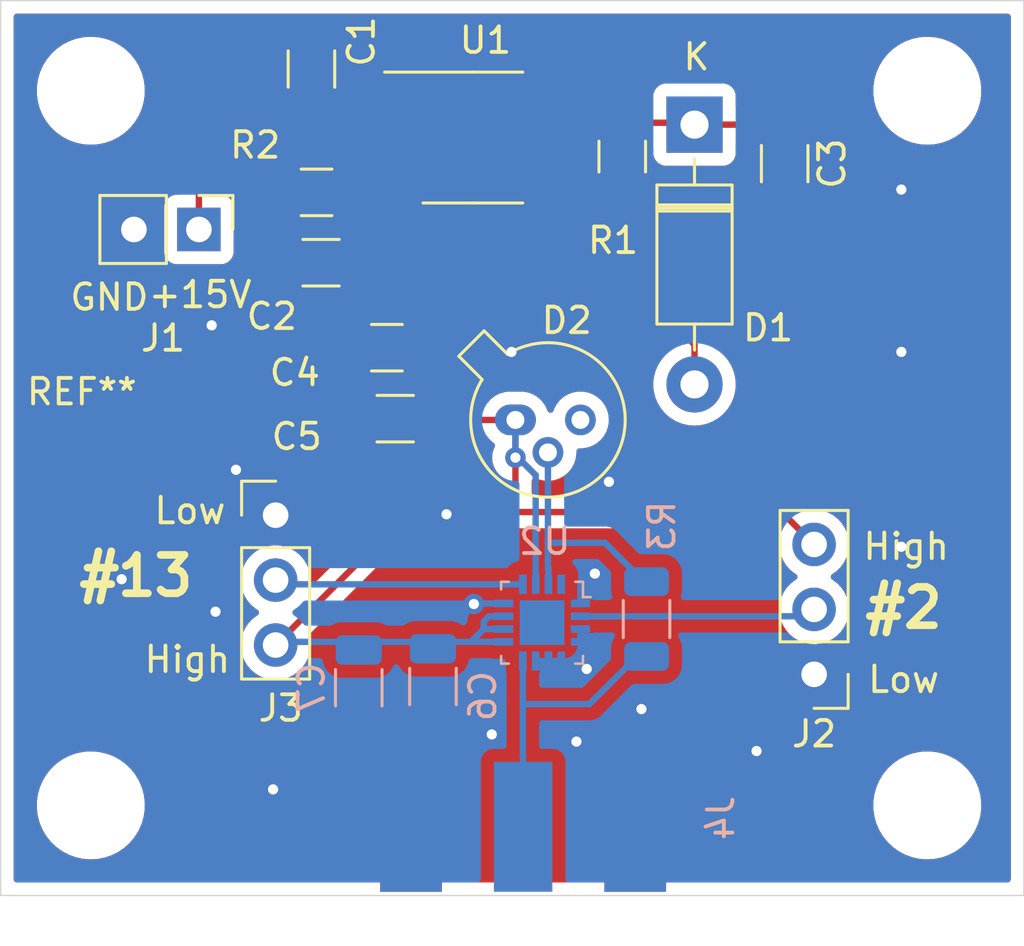
<source format=kicad_pcb>
(kicad_pcb (version 20211014) (generator pcbnew)
  (layers (0 "F.Cu" signal) (31 "B.Cu" signal) (34 "B.Paste" user) (35 "F.Paste" user) (36 "B.SilkS" user "B.Silkscreen") (37 "F.SilkS" user "F.Silkscreen") (38 "B.Mask" user) (39 "F.Mask" user) (44 "Edge.Cuts" user))
  (net 0 "")
  (net 1 "GND")
  (net 2 "+15V")
  (net 3 "Net-(C2-Pad1)")
  (net 4 "+3V3")
  (net 5 "Net-(J2-Pad2)")
  (net 6 "Net-(J3-Pad2)")
  (net 10 "Net-(D2-Pad2)")
  (net 11 "Net-(J4-Pad1)")
  (footprint "Capacitor_SMD:C_1206_3216Metric" (layer "F.Cu") (at 133.525 75.25 180)
    (fp_text reference "C2" (at 1.925 -2.1 180) (layer "F.SilkS"))
    (fp_text value "10uF")
    (fp_line (start -0.711252 0.91) (end 0.711252 0.91) (layer "F.SilkS") (width 0.12))
    (fp_line (start -0.711252 -0.91) (end 0.711252 -0.91) (layer "F.SilkS") (width 0.12))
    (pad "1" smd roundrect (at -1.475 0 180) (size 1.15 1.8) (layers "F.Cu" "F.Paste" "F.Mask") (roundrect_rratio 0.217391) (net 3 "Net-(C2-Pad1)"))
    (pad "2" smd roundrect (at 1.475 0 180) (size 1.15 1.8) (layers "F.Cu" "F.Paste" "F.Mask") (roundrect_rratio 0.217391) (net 1 "GND"))
  )
  (footprint "Capacitor_SMD:C_1206_3216Metric" (layer "F.Cu") (at 136.425 81.35 180)
    (fp_text reference "C5" (at 3.85 -0.7 180) (layer "F.SilkS"))
    (fp_text value "6.8uF")
    (fp_line (start -0.711252 -0.91) (end 0.711252 -0.91) (layer "F.SilkS") (width 0.12))
    (fp_line (start -0.711252 0.91) (end 0.711252 0.91) (layer "F.SilkS") (width 0.12))
    (pad "1" smd roundrect (at -1.475 0 180) (size 1.15 1.8) (layers "F.Cu" "F.Paste" "F.Mask") (roundrect_rratio 0.217391) (net 4 "+3V3"))
    (pad "2" smd roundrect (at 1.475 0 180) (size 1.15 1.8) (layers "F.Cu" "F.Paste" "F.Mask") (roundrect_rratio 0.217391) (net 1 "GND"))
  )
  (footprint "Diode_THT:D_DO-41_SOD81_P10.16mm_Horizontal" (layer "F.Cu") (at 148.125 69.85 -90)
    (fp_text reference "D1" (at 7.95 -2.875) (layer "F.SilkS"))
    (fp_text value "1N4001")
    (fp_text user "K" (at -2.65 -0.075) (layer "F.SilkS"))
    (fp_line (start 3.26 -1.47) (end 3.26 1.47) (layer "F.SilkS") (width 0.12))
    (fp_line (start 7.8 1.47) (end 7.8 -1.47) (layer "F.SilkS") (width 0.12))
    (fp_line (start 3.38 -1.47) (end 3.38 1.47) (layer "F.SilkS") (width 0.12))
    (fp_line (start 2.36 -1.47) (end 2.36 1.47) (layer "F.SilkS") (width 0.12))
    (fp_line (start 1.34 0) (end 2.36 0) (layer "F.SilkS") (width 0.12))
    (fp_line (start 3.14 -1.47) (end 3.14 1.47) (layer "F.SilkS") (width 0.12))
    (fp_line (start 2.36 1.47) (end 7.8 1.47) (layer "F.SilkS") (width 0.12))
    (fp_line (start 8.82 0) (end 7.8 0) (layer "F.SilkS") (width 0.12))
    (fp_line (start 7.8 -1.47) (end 2.36 -1.47) (layer "F.SilkS") (width 0.12))
    (pad "1" thru_hole rect locked (at 0 0 270) (size 2.2 2.2) (drill 1.1) (layers *.Cu *.Mask) (net 4 "+3V3"))
    (pad "2" thru_hole oval locked (at 10.16 0 270) (size 2.2 2.2) (drill 1.1) (layers *.Cu *.Mask) (net 3 "Net-(C2-Pad1)"))
  )
  (footprint "Package_SO:SOIC-8_3.9x4.9mm_P1.27mm" (layer "F.Cu") (at 139.46 70.355)
    (fp_text reference "U1" (at 0.49 -3.805) (layer "F.SilkS"))
    (fp_text value "LM317L_SO8")
    (fp_line (start 0 2.56) (end -1.95 2.56) (layer "F.SilkS") (width 0.12))
    (fp_line (start 0 2.56) (end 1.95 2.56) (layer "F.SilkS") (width 0.12))
    (fp_line (start 0 -2.56) (end -3.45 -2.56) (layer "F.SilkS") (width 0.12))
    (fp_line (start 0 -2.56) (end 1.95 -2.56) (layer "F.SilkS") (width 0.12))
    (pad "1" smd roundrect locked (at -2.475 -1.905) (size 1.95 0.6) (layers "F.Cu" "F.Paste" "F.Mask") (net 2 "+15V"))
    (pad "2" smd roundrect locked (at -2.475 -0.635) (size 1.95 0.6) (layers "F.Cu" "F.Paste" "F.Mask") (net 4 "+3V3"))
    (pad "3" smd roundrect locked (at -2.475 0.635) (size 1.95 0.6) (layers "F.Cu" "F.Paste" "F.Mask") (net 4 "+3V3"))
    (pad "4" smd roundrect locked (at -2.475 1.905) (size 1.95 0.6) (layers "F.Cu" "F.Paste" "F.Mask") (net 3 "Net-(C2-Pad1)"))
    (pad "5" smd roundrect locked (at 2.475 1.905) (size 1.95 0.6) (layers "F.Cu" "F.Paste" "F.Mask"))
    (pad "6" smd roundrect locked (at 2.475 0.635) (size 1.95 0.6) (layers "F.Cu" "F.Paste" "F.Mask") (net 4 "+3V3"))
    (pad "7" smd roundrect locked (at 2.475 -0.635) (size 1.95 0.6) (layers "F.Cu" "F.Paste" "F.Mask") (net 4 "+3V3"))
    (pad "8" smd roundrect locked (at 2.475 -1.905) (size 1.95 0.6) (layers "F.Cu" "F.Paste" "F.Mask"))
  )
  (footprint "Capacitor_SMD:C_1206_3216Metric" (layer "F.Cu") (at 133.15 67.675 -90)
    (fp_text reference "C1" (at -1.075 -1.95 90) (layer "F.SilkS"))
    (fp_text value "100nF")
    (fp_line (start -0.711252 0.91) (end 0.711252 0.91) (layer "F.SilkS") (width 0.12))
    (fp_line (start -0.711252 -0.91) (end 0.711252 -0.91) (layer "F.SilkS") (width 0.12))
    (pad "1" smd roundrect (at -1.475 0 270) (size 1.15 1.8) (layers "F.Cu" "F.Paste" "F.Mask") (roundrect_rratio 0.217391) (net 1 "GND"))
    (pad "2" smd roundrect (at 1.475 0 270) (size 1.15 1.8) (layers "F.Cu" "F.Paste" "F.Mask") (roundrect_rratio 0.217391) (net 2 "+15V"))
  )
  (footprint "Connector_PinHeader_2.54mm:PinHeader_1x03_P2.54mm_Vertical" (layer "F.Cu") (at 152.8 91.35 180)
    (fp_text reference "J2" (at 0 -2.33) (layer "F.SilkS"))
    (fp_text value "Conn_01x03")
    (fp_line (start -1.33 -1.33) (end 0 -1.33) (layer "F.SilkS") (width 0.12))
    (fp_line (start -1.33 6.41) (end 1.33 6.41) (layer "F.SilkS") (width 0.12))
    (fp_line (start -1.33 1.27) (end 1.33 1.27) (layer "F.SilkS") (width 0.12))
    (fp_line (start 1.33 1.27) (end 1.33 6.41) (layer "F.SilkS") (width 0.12))
    (fp_line (start -1.33 0) (end -1.33 -1.33) (layer "F.SilkS") (width 0.12))
    (fp_line (start -1.33 1.27) (end -1.33 6.41) (layer "F.SilkS") (width 0.12))
    (pad "1" thru_hole rect locked (at 0 0 180) (size 1.7 1.7) (drill 1) (layers *.Cu *.Mask) (net 1 "GND"))
    (pad "2" thru_hole oval locked (at 0 2.54 180) (size 1.7 1.7) (drill 1) (layers *.Cu *.Mask) (net 5 "Net-(J2-Pad2)"))
    (pad "3" thru_hole oval locked (at 0 5.08 180) (size 1.7 1.7) (drill 1) (layers *.Cu *.Mask) (net 4 "+3V3"))
  )
  (footprint "Capacitor_SMD:C_1206_3216Metric" (layer "F.Cu") (at 136.1 78.575 180)
    (fp_text reference "C4" (at 3.6 -0.975) (layer "F.SilkS"))
    (fp_text value "100nF")
    (fp_line (start -0.602064 -0.91) (end 0.602064 -0.91) (layer "F.SilkS") (width 0.12))
    (fp_line (start -0.602064 0.91) (end 0.602064 0.91) (layer "F.SilkS") (width 0.12))
    (pad "1" smd roundrect locked (at -1.4 0 180) (size 1.25 1.75) (layers "F.Cu" "F.Paste" "F.Mask") (roundrect_rratio 0.2) (net 4 "+3V3"))
    (pad "2" smd roundrect locked (at 1.4 0 180) (size 1.25 1.75) (layers "F.Cu" "F.Paste" "F.Mask") (roundrect_rratio 0.2) (net 1 "GND"))
  )
  (footprint "Resistor_SMD:R_1206_3216Metric" (layer "F.Cu") (at 133.35 72.5 180)
    (fp_text reference "R2" (at 2.4 1.85) (layer "F.SilkS"))
    (fp_text value "4kR")
    (fp_line (start -0.602064 -0.91) (end 0.602064 -0.91) (layer "F.SilkS") (width 0.12))
    (fp_line (start -0.602064 0.91) (end 0.602064 0.91) (layer "F.SilkS") (width 0.12))
    (pad "1" smd roundrect locked (at -1.4 0 180) (size 1.25 1.75) (layers "F.Cu" "F.Paste" "F.Mask") (roundrect_rratio 0.2) (net 3 "Net-(C2-Pad1)"))
    (pad "2" smd roundrect locked (at 1.4 0 180) (size 1.25 1.75) (layers "F.Cu" "F.Paste" "F.Mask") (roundrect_rratio 0.2) (net 1 "GND"))
  )
  (footprint "Capacitor_SMD:C_1206_3216Metric" (layer "F.Cu") (at 151.65 71.375 -90)
    (fp_text reference "C3" (at 0 -1.85 -90) (layer "F.SilkS"))
    (fp_text value "10uF")
    (fp_line (start -0.711252 -0.91) (end 0.711252 -0.91) (layer "F.SilkS") (width 0.12))
    (fp_line (start -0.711252 0.91) (end 0.711252 0.91) (layer "F.SilkS") (width 0.12))
    (pad "1" smd roundrect (at -1.475 0 270) (size 1.15 1.8) (layers "F.Cu" "F.Paste" "F.Mask") (roundrect_rratio 0.217391) (net 4 "+3V3"))
    (pad "2" smd roundrect (at 1.475 0 270) (size 1.15 1.8) (layers "F.Cu" "F.Paste" "F.Mask") (roundrect_rratio 0.217391) (net 1 "GND"))
  )
  (footprint "Resistor_SMD:R_1206_3216Metric" (layer "F.Cu") (at 145.3 71.1 -90)
    (fp_text reference "R1" (at 3.28 0.36 180) (layer "F.SilkS"))
    (fp_text value "1.5kR")
    (fp_line (start -0.602064 -0.91) (end 0.602064 -0.91) (layer "F.SilkS") (width 0.12))
    (fp_line (start -0.602064 0.91) (end 0.602064 0.91) (layer "F.SilkS") (width 0.12))
    (pad "1" smd roundrect locked (at -1.4 0 270) (size 1.25 1.75) (layers "F.Cu" "F.Paste" "F.Mask") (roundrect_rratio 0.2) (net 4 "+3V3"))
    (pad "2" smd roundrect locked (at 1.4 0 270) (size 1.25 1.75) (layers "F.Cu" "F.Paste" "F.Mask") (roundrect_rratio 0.2) (net 3 "Net-(C2-Pad1)"))
  )
  (footprint "Connector_PinHeader_2.54mm:PinHeader_1x03_P2.54mm_Vertical" (layer "F.Cu") (at 131.75 85.125)
    (fp_text reference "J3" (at 0.2 7.55) (layer "F.SilkS"))
    (fp_text value "Conn_01x03")
    (fp_line (start 1.33 1.27) (end 1.33 6.41) (layer "F.SilkS") (width 0.12))
    (fp_line (start -1.33 6.41) (end 1.33 6.41) (layer "F.SilkS") (width 0.12))
    (fp_line (start -1.33 0) (end -1.33 -1.33) (layer "F.SilkS") (width 0.12))
    (fp_line (start -1.33 1.27) (end -1.33 6.41) (layer "F.SilkS") (width 0.12))
    (fp_line (start -1.33 -1.33) (end 0 -1.33) (layer "F.SilkS") (width 0.12))
    (fp_line (start -1.33 1.27) (end 1.33 1.27) (layer "F.SilkS") (width 0.12))
    (pad "1" thru_hole rect locked (at 0 0) (size 1.7 1.7) (drill 1) (layers *.Cu *.Mask) (net 1 "GND"))
    (pad "2" thru_hole oval locked (at 0 2.54) (size 1.7 1.7) (drill 1) (layers *.Cu *.Mask) (net 6 "Net-(J3-Pad2)"))
    (pad "3" thru_hole oval locked (at 0 5.08) (size 1.7 1.7) (drill 1) (layers *.Cu *.Mask) (net 4 "+3V3"))
  )
  (footprint "Connector_PinHeader_2.54mm:PinHeader_1x02_P2.54mm_Vertical" (layer "F.Cu") (at 128.75 73.95 -90)
    (fp_text reference "J1" (at 4.25 1.4 180) (layer "F.SilkS"))
    (fp_text value "Conn_01x02")
    (fp_line (start -1.33 1.27) (end -1.33 3.87) (layer "F.SilkS") (width 0.12))
    (fp_line (start -1.33 1.27) (end 1.33 1.27) (layer "F.SilkS") (width 0.12))
    (fp_line (start -1.33 -1.33) (end 0 -1.33) (layer "F.SilkS") (width 0.12))
    (fp_line (start 1.33 1.27) (end 1.33 3.87) (layer "F.SilkS") (width 0.12))
    (fp_line (start -1.33 3.87) (end 1.33 3.87) (layer "F.SilkS") (width 0.12))
    (fp_line (start -1.33 0) (end -1.33 -1.33) (layer "F.SilkS") (width 0.12))
    (pad "1" thru_hole rect locked (at 0 0 270) (size 1.7 1.7) (drill 1) (layers *.Cu *.Mask) (net 2 "+15V"))
    (pad "2" thru_hole oval locked (at 0 2.54 270) (size 1.7 1.7) (drill 1) (layers *.Cu *.Mask) (net 1 "GND"))
  )
  (footprint "MountingHole:MountingHole_3.2mm_M3" (layer "F.Cu") (at 124.525 68.525)
    (fp_text reference "REF**" (at -0.35 11.775) (layer "F.SilkS"))
    (fp_text value "MountingHole_3.2mm_M3" hide)
    (pad "" np_thru_hole circle locked (at 0 0) (size 3.2 3.2) (drill 3.2) (layers *.Cu *.Mask))
  )
  (footprint "MountingHole:MountingHole_3.2mm_M3" (layer "F.Cu") (at 157.225 68.525)
    (fp_text reference "REF**" hide)
    (fp_text value "MountingHole_3.2mm_M3" hide)
    (pad "" np_thru_hole circle locked (at 0 0) (size 3.2 3.2) (drill 3.2) (layers *.Cu *.Mask))
  )
  (footprint "MountingHole:MountingHole_3.2mm_M3" (layer "F.Cu") (at 157.225 96.475)
    (fp_text reference "REF**" hide)
    (fp_text value "MountingHole_3.2mm_M3" hide)
    (pad "" np_thru_hole circle locked (at 0 0) (size 3.2 3.2) (drill 3.2) (layers *.Cu *.Mask))
  )
  (footprint "MountingHole:MountingHole_3.2mm_M3" (layer "F.Cu") (at 124.525 96.475)
    (fp_text reference "REF**" hide)
    (fp_text value "MountingHole_3.2mm_M3" hide)
    (pad "" np_thru_hole circle locked (at 0 0) (size 3.2 3.2) (drill 3.2) (layers *.Cu *.Mask))
  )
  (footprint "Package_TO_SOT_THT:TO-18-3" (layer "F.Cu") (at 141.125 81.4)
    (fp_text reference "D2" (at 2.005 -3.89) (layer "F.SilkS"))
    (fp_text value "D_Photo")
    (fp_line (start -2.214448 -2.494499) (end -1.302281 -1.582331) (layer "F.SilkS") (width 0.12))
    (fp_line (start -1.224499 -3.484448) (end -2.214448 -2.494499) (layer "F.SilkS") (width 0.12))
    (fp_line (start -0.312331 -2.572281) (end -1.224499 -3.484448) (layer "F.SilkS") (width 0.12))
    (fp_arc (start -0.312331 -2.572281) (mid 3.405374 2.135551) (end -1.30215 -1.582544) (layer "F.SilkS") (width 0.12))
    (pad "1" thru_hole oval locked (at 0 0) (size 1.6 1.2) (drill 0.7) (layers *.Cu *.Mask) (net 4 "+3V3"))
    (pad "2" thru_hole oval locked (at 1.27 1.27) (size 1.2 1.2) (drill 0.7) (layers *.Cu *.Mask) (net 10 "Net-(D2-Pad2)"))
    (pad "3" thru_hole oval locked (at 2.54 0) (size 1.2 1.2) (drill 0.7) (layers *.Cu *.Mask))
  )
  (footprint "Resistor_SMD:R_1206_3216Metric" (layer "B.Cu") (at 146.25 89.1875 -90)
    (fp_text reference "R3" (at -3.6375 -0.6 90) (layer "B.SilkS") (effects (justify mirror)))
    (fp_text value "6.8kR")
    (fp_line (start -0.727064 -0.91) (end 0.727064 -0.91) (layer "B.SilkS") (width 0.12))
    (fp_line (start -0.727064 0.91) (end 0.727064 0.91) (layer "B.SilkS") (width 0.12))
    (pad "1" smd roundrect (at -1.4625 0 270) (size 1.125 1.75) (layers "B.Cu" "B.Paste" "B.Mask") (roundrect_rratio 0.222222) (net 10 "Net-(D2-Pad2)"))
    (pad "2" smd roundrect (at 1.4625 0 270) (size 1.125 1.75) (layers "B.Cu" "B.Paste" "B.Mask") (roundrect_rratio 0.222222) (net 11 "Net-(J4-Pad1)"))
  )
  (footprint "Capacitor_SMD:C_1206_3216Metric" (layer "B.Cu") (at 137.9 91.825 -90)
    (fp_text reference "C6" (at 0.375 -1.95 90) (layer "B.SilkS") (effects (justify mirror)))
    (fp_text value "10nF")
    (fp_line (start -0.711252 -0.91) (end 0.711252 -0.91) (layer "B.SilkS") (width 0.12))
    (fp_line (start -0.711252 0.91) (end 0.711252 0.91) (layer "B.SilkS") (width 0.12))
    (pad "1" smd roundrect (at -1.475 0 270) (size 1.15 1.8) (layers "B.Cu" "B.Paste" "B.Mask") (roundrect_rratio 0.217391) (net 4 "+3V3"))
    (pad "2" smd roundrect (at 1.475 0 270) (size 1.15 1.8) (layers "B.Cu" "B.Paste" "B.Mask") (roundrect_rratio 0.217391) (net 1 "GND"))
  )
  (footprint "Capacitor_SMD:C_1206_3216Metric" (layer "B.Cu") (at 135 91.875 -90)
    (fp_text reference "C7" (at 0 1.85 90) (layer "B.SilkS") (effects (justify mirror)))
    (fp_text value "100nF")
    (fp_line (start -0.711252 0.91) (end 0.711252 0.91) (layer "B.SilkS") (width 0.12))
    (fp_line (start -0.711252 -0.91) (end 0.711252 -0.91) (layer "B.SilkS") (width 0.12))
    (pad "1" smd roundrect (at -1.475 0 270) (size 1.15 1.8) (layers "B.Cu" "B.Paste" "B.Mask") (roundrect_rratio 0.217391) (net 4 "+3V3"))
    (pad "2" smd roundrect (at 1.475 0 270) (size 1.15 1.8) (layers "B.Cu" "B.Paste" "B.Mask") (roundrect_rratio 0.217391) (net 1 "GND"))
  )
  (footprint "digikey-footprints:VFQFN-16-1EP_3x3mm" (layer "B.Cu") (at 142.165 89.33 180)
    (fp_text reference "U2" (at -0.105 3.18) (layer "B.SilkS") (effects (justify mirror)))
    (fp_text value "OPA857")
    (fp_line (start 1.6 -1.6) (end 1.3 -1.6) (layer "B.SilkS") (width 0.1))
    (fp_line (start -1.6 -1.6) (end -1.3 -1.6) (layer "B.SilkS") (width 0.1))
    (fp_line (start 1.6 1.6) (end 1.3 1.6) (layer "B.SilkS") (width 0.1))
    (fp_line (start -1.6 -1.6) (end -1.6 -1.3) (layer "B.SilkS") (width 0.1))
    (fp_line (start -1.6 1.6) (end -1.3 1.6) (layer "B.SilkS") (width 0.1))
    (fp_line (start -1.6 1) (end -1.9 1) (layer "B.SilkS") (width 0.1))
    (fp_line (start -1.6 1.6) (end -1.6 1) (layer "B.SilkS") (width 0.1))
    (fp_line (start 1.6 -1.6) (end 1.6 -1.3) (layer "B.SilkS") (width 0.1))
    (fp_line (start 1.6 1.6) (end 1.6 1.3) (layer "B.SilkS") (width 0.1))
    (pad "1" smd rect locked (at -1.5 0.75 180) (size 0.75 0.3) (layers "B.Cu" "B.Paste" "B.Mask") (net 1 "GND"))
    (pad "2" smd rect locked (at -1.5 0.25 180) (size 0.75 0.3) (layers "B.Cu" "B.Paste" "B.Mask") (net 5 "Net-(J2-Pad2)"))
    (pad "3" smd rect locked (at -1.5 -0.25 180) (size 0.75 0.3) (layers "B.Cu" "B.Paste" "B.Mask") (net 1 "GND"))
    (pad "4" smd rect locked (at -1.5 -0.75 180) (size 0.75 0.3) (layers "B.Cu" "B.Paste" "B.Mask") (net 1 "GND"))
    (pad "5" smd rect locked (at -0.75 -1.5 180) (size 0.3 0.75) (layers "B.Cu" "B.Paste" "B.Mask") (net 1 "GND"))
    (pad "6" smd rect locked (at -0.25 -1.5 180) (size 0.3 0.75) (layers "B.Cu" "B.Paste" "B.Mask") (net 1 "GND"))
    (pad "7" smd rect locked (at 0.25 -1.5 180) (size 0.3 0.75) (layers "B.Cu" "B.Paste" "B.Mask") (net 1 "GND"))
    (pad "8" smd rect locked (at 0.75 -1.5 180) (size 0.3 0.75) (layers "B.Cu" "B.Paste" "B.Mask") (net 11 "Net-(J4-Pad1)"))
    (pad "9" smd rect locked (at 1.5 -0.75 180) (size 0.75 0.3) (layers "B.Cu" "B.Paste" "B.Mask") (net 4 "+3V3"))
    (pad "10" smd rect locked (at 1.5 -0.25 180) (size 0.75 0.3) (layers "B.Cu" "B.Paste" "B.Mask") (net 4 "+3V3"))
    (pad "11" smd rect locked (at 1.5 0.25 180) (size 0.75 0.3) (layers "B.Cu" "B.Paste" "B.Mask") (net 4 "+3V3"))
    (pad "12" smd rect locked (at 1.5 0.75 180) (size 0.75 0.3) (layers "B.Cu" "B.Paste" "B.Mask") (net 1 "GND"))
    (pad "13" smd rect locked (at 0.75 1.5 180) (size 0.3 0.75) (layers "B.Cu" "B.Paste" "B.Mask") (net 6 "Net-(J3-Pad2)"))
    (pad "14" smd rect locked (at 0.25 1.5 180) (size 0.3 0.75) (layers "B.Cu" "B.Paste" "B.Mask") (net 4 "+3V3"))
    (pad "15" smd rect locked (at -0.25 1.5 180) (size 0.3 0.75) (layers "B.Cu" "B.Paste" "B.Mask") (net 10 "Net-(D2-Pad2)"))
    (pad "16" smd rect locked (at -0.75 1.5 180) (size 0.3 0.75) (layers "B.Cu" "B.Paste" "B.Mask"))
    (pad "17" smd rect locked (at 0 0 180) (size 1.75 1.75) (layers "B.Cu" "B.Paste" "B.Mask"))
  )
  (footprint "digikey-footprints:RF_SMA_BoardEdge_142-0701-801" (layer "B.Cu") (at 141.425 94.775 180)
    (fp_text reference "J4" (at -7.725 -2.195 270) (layer "B.SilkS") (effects (justify mirror)))
    (fp_text value "142-0701-801")
    (pad "1" smd rect locked (at 0 -2.54 180) (size 2.286 5.08) (layers "B.Cu" "B.Paste" "B.Mask") (net 11 "Net-(J4-Pad1)"))
    (pad "2" smd rect locked (at -4.3815 -2.54 180) (size 2.413 5.08) (layers "B.Cu" "B.Paste" "B.Mask") (net 1 "GND"))
    (pad "2" smd rect locked (at 4.3815 -2.54 180) (size 2.413 5.08) (layers "F.Cu" "F.Paste" "F.Mask") (net 1 "GND"))
    (pad "2" smd rect locked (at -4.3815 -2.54 180) (size 2.413 5.08) (layers "F.Cu" "F.Paste" "F.Mask") (net 1 "GND"))
    (pad "2" smd rect locked (at 4.3815 -2.54 180) (size 2.413 5.08) (layers "B.Cu" "B.Paste" "B.Mask") (net 1 "GND"))
  )
  (gr_line (start 161 100) (end 121 100) (layer "Edge.Cuts") (width 0.05))
  (gr_line (start 121 100) (end 121 65) (layer "Edge.Cuts") (width 0.05))
  (gr_line (start 161 65) (end 161 100) (layer "Edge.Cuts") (width 0.05))
  (gr_line (start 121 65) (end 161 65) (layer "Edge.Cuts") (width 0.05))
  (gr_text "High" (at 128.3 90.77) (layer "F.SilkS") (effects (font (size 1 1))))
  (gr_text "Low" (at 156.3 91.55) (layer "F.SilkS") (effects (font (size 1 1))))
  (gr_text "#2" (at 156.3 88.75) (layer "F.SilkS") (effects (font (size 1.5 1.5) (thickness 0.3))))
  (gr_text "+15V" (at 128.8 76.5) (layer "F.SilkS") (effects (font (size 1 1))))
  (gr_text "Low" (at 128.4 84.95) (layer "F.SilkS") (effects (font (size 1 1))))
  (gr_text "#13" (at 126.29 87.5) (layer "F.SilkS") (effects (font (size 1.5 1.5) (thickness 0.3))))
  (gr_text "GND" (at 125.25 76.6) (layer "F.SilkS") (effects (font (size 1 1))))
  (gr_text "High" (at 156.4 86.35) (layer "F.SilkS") (effects (font (size 1 1))))
  (via (at 129.25 77.7) (size 0.8) (drill 0.4) (layers "F.Cu" "B.Cu") (net 1))
  (via (at 130.2 83.35) (size 0.8) (drill 0.4) (layers "F.Cu" "B.Cu") (net 1))
  (via (at 129.4 88.9) (size 0.8) (drill 0.4) (layers "F.Cu" "B.Cu") (net 1))
  (via (at 146.05 92.71) (size 0.8) (drill 0.4) (layers "F.Cu" "B.Cu") (net 1))
  (via (at 140.2 93.7) (size 0.8) (drill 0.4) (layers "F.Cu" "B.Cu") (net 1))
  (via (at 139.5 88.6) (size 0.8) (drill 0.4) (layers "F.Cu" "B.Cu") (net 1))
  (via (at 143.51 93.98) (size 0.8) (drill 0.4) (layers "F.Cu" "B.Cu") (net 1))
  (via (at 144.23 87.41) (size 0.8) (drill 0.4) (layers "F.Cu" "B.Cu") (net 1))
  (via (at 140.97 78.74) (size 0.8) (drill 0.4) (layers "F.Cu" "B.Cu") (net 1))
  (via (at 143.91 91.14) (size 0.8) (drill 0.4) (layers "F.Cu" "B.Cu") (net 1))
  (via (at 138.43 85.09) (size 0.8) (drill 0.4) (layers "F.Cu" "B.Cu") (net 1))
  (via (at 156.21 86.36) (size 0.8) (drill 0.4) (layers "F.Cu" "B.Cu") (net 1))
  (via (at 156.21 72.39) (size 0.8) (drill 0.4) (layers "F.Cu" "B.Cu") (net 1))
  (via (at 156.21 78.74) (size 0.8) (drill 0.4) (layers "F.Cu" "B.Cu") (net 1))
  (via (at 144.78 83.82) (size 0.8) (drill 0.4) (layers "F.Cu" "B.Cu") (net 1))
  (via (at 125.73 87.63) (size 0.8) (drill 0.4) (layers "F.Cu" "B.Cu") (net 1))
  (via (at 150.55 94.35) (size 0.8) (drill 0.4) (layers "F.Cu" "B.Cu") (net 1))
  (via (at 131.65 95.85) (size 0.8) (drill 0.4) (layers "F.Cu" "B.Cu") (net 1))
  (segment (start 140.665 88.58) (end 139.52 88.58) (width 0.25) (layer "B.Cu") (net 1))
  (segment (start 143.665 90.08) (end 143.665 89.58) (width 0.25) (layer "B.Cu") (net 1))
  (segment (start 141.915 90.83) (end 142.915 90.83) (width 0.25) (layer "B.Cu") (net 1))
  (segment (start 143.665 88.58) (end 143.665 87.835) (width 0.25) (layer "B.Cu") (net 1))
  (segment (start 143.085 91) (end 142.915 90.83) (width 0.25) (layer "B.Cu") (net 1))
  (segment (start 143.8 91) (end 143.8 90.215) (width 0.25) (layer "B.Cu") (net 1))
  (segment (start 139.52 88.58) (end 139.5 88.6) (width 0.25) (layer "B.Cu") (net 1))
  (segment (start 143.665 87.835) (end 143.7 87.8) (width 0.25) (layer "B.Cu") (net 1))
  (segment (start 143.8 90.215) (end 143.665 90.08) (width 0.25) (layer "B.Cu") (net 1))
  (segment (start 143.8 91) (end 143.085 91) (width 0.25) (layer "B.Cu") (net 1))
  (segment (start 133.15 69.15) (end 134.5 69.15) (width 0.25) (layer "F.Cu") (net 2))
  (segment (start 134.5 69.15) (end 135.2 68.45) (width 0.25) (layer "F.Cu") (net 2))
  (segment (start 135.2 68.45) (end 136.985 68.45) (width 0.25) (layer "F.Cu") (net 2))
  (segment (start 128.75 70.225) (end 129.55 69.425) (width 0.25) (layer "F.Cu") (net 2))
  (segment (start 129.55 69.425) (end 132.875 69.425) (width 0.25) (layer "F.Cu") (net 2))
  (segment (start 128.75 73.95) (end 128.75 70.225) (width 0.25) (layer "F.Cu") (net 2))
  (segment (start 132.875 69.425) (end 133.15 69.15) (width 0.25) (layer "F.Cu") (net 2))
  (segment (start 136.885 75.25) (end 136.94 75.195) (width 0.25) (layer "F.Cu") (net 3))
  (segment (start 145.3 75.629366) (end 148.125 78.454366) (width 0.25) (layer "F.Cu") (net 3))
  (segment (start 145.3 72.5) (end 145.3 75.2) (width 0.25) (layer "F.Cu") (net 3))
  (segment (start 145.295 75.195) (end 145.3 75.2) (width 0.25) (layer "F.Cu") (net 3))
  (segment (start 148.125 78.454366) (end 148.125 80.01) (width 0.25) (layer "F.Cu") (net 3))
  (segment (start 134.99 72.26) (end 134.75 72.5) (width 0.25) (layer "F.Cu") (net 3))
  (segment (start 135 75.25) (end 136.885 75.25) (width 0.25) (layer "F.Cu") (net 3))
  (segment (start 145.3 75.2) (end 145.3 75.629366) (width 0.25) (layer "F.Cu") (net 3))
  (segment (start 136.94 75.195) (end 136.94 72.305) (width 0.25) (layer "F.Cu") (net 3))
  (segment (start 136.94 75.195) (end 145.295 75.195) (width 0.25) (layer "F.Cu") (net 3))
  (segment (start 136.985 72.26) (end 134.99 72.26) (width 0.25) (layer "F.Cu") (net 3))
  (segment (start 141.125 82.875) (end 141.125 81.4) (width 0.25) (layer "F.Cu") (net 4))
  (segment (start 148.125 69.85) (end 151.6 69.85) (width 0.25) (layer "F.Cu") (net 4))
  (segment (start 136.985 69.72) (end 134.88 69.72) (width 0.25) (layer "F.Cu") (net 4))
  (segment (start 140.485 84.365) (end 137.59 84.365) (width 0.25) (layer "F.Cu") (net 4))
  (segment (start 133.4 75.8) (end 134.5 76.9) (width 0.25) (layer "F.Cu") (net 4))
  (segment (start 151.6 69.85) (end 151.65 69.9) (width 0.25) (layer "F.Cu") (net 4))
  (segment (start 137.6 80.26863) (end 137.6 78.5) (width 0.25) (layer "F.Cu") (net 4))
  (segment (start 137.6 81.4) (end 138.73137 81.4) (width 0.25) (layer "F.Cu") (net 4))
  (segment (start 141.125 85.005) (end 140.485 84.365) (width 0.25) (layer "F.Cu") (net 4))
  (segment (start 141.935 69.72) (end 145.495 69.72) (width 0.25) (layer "F.Cu") (net 4))
  (segment (start 136.985 70.99) (end 136.985 69.72) (width 0.25) (layer "F.Cu") (net 4))
  (segment (start 141.125 85.005) (end 151.535 85.005) (width 0.25) (layer "F.Cu") (net 4))
  (segment (start 134.88 69.72) (end 133.4 71.2) (width 0.25) (layer "F.Cu") (net 4))
  (segment (start 134.5 76.9) (end 135.825 76.9) (width 0.25) (layer "F.Cu") (net 4))
  (segment (start 141.125 85.005) (end 141.125 82.875) (width 0.25) (layer "F.Cu") (net 4))
  (segment (start 151.535 85.005) (end 152.8 86.27) (width 0.25) (layer "F.Cu") (net 4))
  (segment (start 137.59 84.365) (end 131.75 90.205) (width 0.25) (layer "F.Cu") (net 4))
  (segment (start 145.495 69.72) (end 145.55 69.775) (width 0.25) (layer "F.Cu") (net 4))
  (segment (start 135.825 76.9) (end 137.5 78.575) (width 0.25) (layer "F.Cu") (net 4))
  (segment (start 140.86 69.72) (end 136.985 69.72) (width 0.25) (layer "F.Cu") (net 4))
  (segment (start 141.935 69.72) (end 140.86 69.72) (width 0.25) (layer "F.Cu") (net 4))
  (segment (start 137.6 81.4) (end 137.6 80.26863) (width 0.25) (layer "F.Cu") (net 4))
  (segment (start 138.73137 81.4) (end 141.125 81.4) (width 0.25) (layer "F.Cu") (net 4))
  (segment (start 145.55 69.775) (end 148.41 69.775) (width 0.25) (layer "F.Cu") (net 4))
  (segment (start 141.935 70.99) (end 141.935 69.72) (width 0.25) (layer "F.Cu") (net 4))
  (segment (start 133.4 71.2) (end 133.4 75.8) (width 0.25) (layer "F.Cu") (net 4))
  (via (at 141.125 82.875) (size 0.8) (drill 0.4) (layers "F.Cu" "B.Cu") (net 4))
  (segment (start 141.125 82.769002) (end 141.125 82.25) (width 0.25) (layer "B.Cu") (net 4))
  (segment (start 131.875 90.08) (end 131.75 90.205) (width 0.25) (layer "B.Cu") (net 4))
  (segment (start 141.915 87.83) (end 141.915 83.559002) (width 0.25) (layer "B.Cu") (net 4))
  (segment (start 140.665 89.58) (end 139.885 89.58) (width 0.25) (layer "B.Cu") (net 4))
  (segment (start 140.093002 89.08) (end 139.885 89.288002) (width 0.25) (layer "B.Cu") (net 4))
  (segment (start 139.885 89.288002) (end 139.885 89.58) (width 0.25) (layer "B.Cu") (net 4))
  (segment (start 140.665 90.08) (end 131.875 90.08) (width 0.25) (layer "B.Cu") (net 4))
  (segment (start 141.915 83.559002) (end 141.125 82.769002) (width 0.25) (layer "B.Cu") (net 4))
  (segment (start 141.125 82.25) (end 141.125 81.4) (width 0.25) (layer "B.Cu") (net 4))
  (segment (start 140.665 89.08) (end 140.093002 89.08) (width 0.25) (layer "B.Cu") (net 4))
  (segment (start 139.885 89.58) (end 139.4 90.065) (width 0.25) (layer "B.Cu") (net 4))
  (segment (start 152.53 89.08) (end 152.8 88.81) (width 0.25) (layer "B.Cu") (net 5))
  (segment (start 143.665 89.08) (end 152.53 89.08) (width 0.25) (layer "B.Cu") (net 5))
  (segment (start 141.415 87.83) (end 131.915 87.83) (width 0.25) (layer "B.Cu") (net 6))
  (segment (start 131.915 87.83) (end 131.75 87.665) (width 0.25) (layer "B.Cu") (net 6))
  (segment (start 145.7 87.28) (end 144.625 86.205) (width 0.25) (layer "B.Cu") (net 10))
  (segment (start 142.395 84.195) (end 142.395 82.67) (width 0.25) (layer "B.Cu") (net 10))
  (segment (start 142.415 87.83) (end 142.415 87.205) (width 0.25) (layer "B.Cu") (net 10))
  (segment (start 142.395 86.205) (end 142.395 84.195) (width 0.25) (layer "B.Cu") (net 10))
  (segment (start 144.625 86.205) (end 142.395 86.205) (width 0.25) (layer "B.Cu") (net 10))
  (segment (start 142.415 87.205) (end 142.395 87.185) (width 0.25) (layer "B.Cu") (net 10))
  (segment (start 142.395 87.185) (end 142.395 86.205) (width 0.25) (layer "B.Cu") (net 10))
  (segment (start 144.015 92.515) (end 145.7 90.83) (width 0.25) (layer "B.Cu") (net 11))
  (segment (start 141.425 97.315) (end 141.425 94.525) (width 0.25) (layer "B.Cu") (net 11))
  (segment (start 141.415 92.515) (end 141.415 91.91) (width 0.25) (layer "B.Cu") (net 11))
  (segment (start 141.425 94.525) (end 141.415 94.515) (width 0.25) (layer "B.Cu") (net 11))
  (segment (start 141.415 92.515) (end 144.015 92.515) (width 0.25) (layer "B.Cu") (net 11))
  (segment (start 141.415 90.83) (end 141.415 91.91) (width 0.25) (layer "B.Cu") (net 11))
  (segment (start 141.415 94.515) (end 141.415 92.515) (width 0.25) (layer "B.Cu") (net 11))
  (zone (net 1) (net_name "GND") (layer "F.Cu") (name "GND") (connect_pads yes (clearance 0.508)) (min_thickness 0.254) (fill yes (thermal_gap 0.508) (thermal_bridge_width 0.508))
    (polygon (pts (xy 160.95 99.95) (xy 121.05 99.95) (xy 121.05 65.05) (xy 160.95 65.05)))
  )
  (zone (net 1) (net_name "GND") (layer "B.Cu") (name "GND") (connect_pads yes (clearance 0.508)) (min_thickness 0.254) (fill yes (thermal_gap 0.508) (thermal_bridge_width 0.508))
    (polygon (pts (xy 160.95 99.95) (xy 121.05 99.95) (xy 121.05 65.05) (xy 160.95 65.05)))
  )
)
</source>
